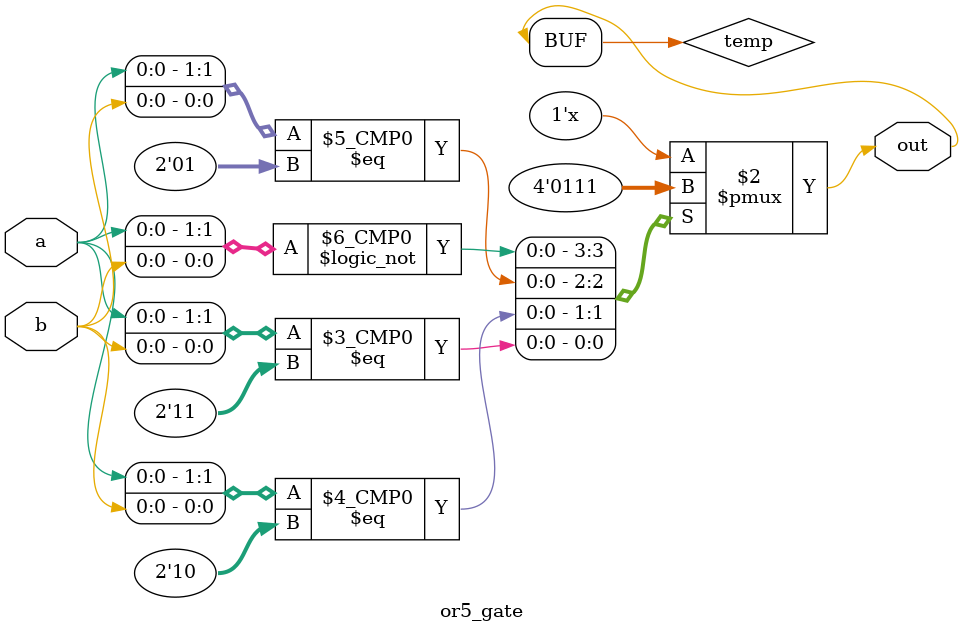
<source format=v>
module or5_gate (
  input a,
  input b,
  output out
);

    reg temp;

    always @(*) begin
        case ({a, b})
            2'b00: temp = 1'b0;
            2'b01: temp = 1'b1;
            2'b10: temp = 1'b1;
            2'b11: temp = 1'b1;
        endcase
    end

    assign out = temp;
endmodule
</source>
